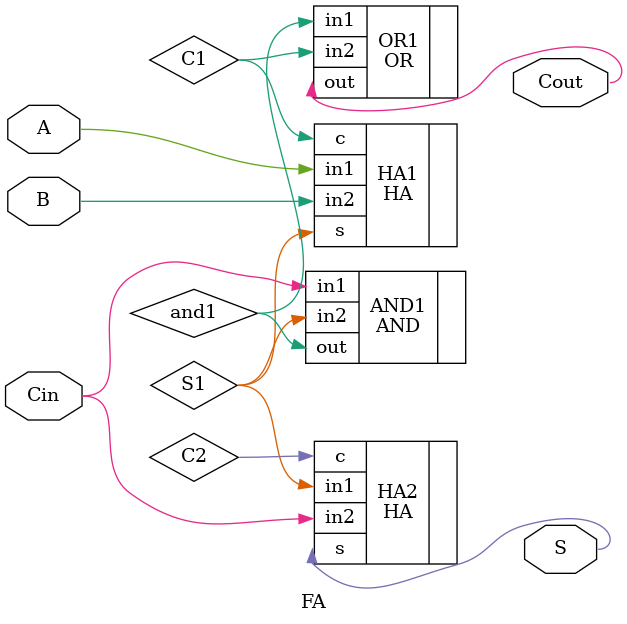
<source format=v>
`timescale 1ns / 1ps
module FA(A,B,Cin,S,Cout
    );

input A,B,Cin;
output S,Cout;
wire C1,S1,C2,and1;

HA HA1 (
    .in1(A), 
    .in2(B), 
    .s(S1), 
    .c(C1)
    );
HA HA2 (
    .in1(S1), 
    .in2(Cin), 
    .s(S), 
    .c(C2)
    );
AND AND1 (
    .in1(Cin), 
    .in2(S1), 
    .out(and1)
    );

OR OR1 (
    .in1(and1), 
    .in2(C1), 
    .out(Cout)
    );

endmodule

</source>
